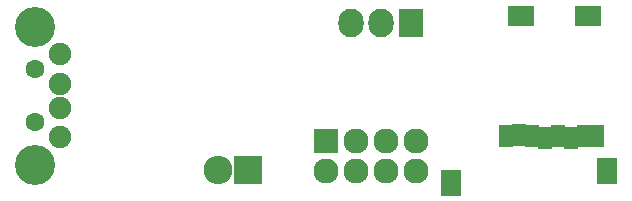
<source format=gbs>
G04 #@! TF.FileFunction,Soldermask,Bot*
%FSLAX46Y46*%
G04 Gerber Fmt 4.6, Leading zero omitted, Abs format (unit mm)*
G04 Created by KiCad (PCBNEW (2015-11-24 BZR 6329)-product) date Fri 06 May 2016 02:50:07 AM EDT*
%MOMM*%
G01*
G04 APERTURE LIST*
%ADD10C,0.100000*%
%ADD11C,1.901140*%
%ADD12C,3.399740*%
%ADD13C,1.600000*%
%ADD14R,2.432000X2.432000*%
%ADD15O,2.432000X2.432000*%
%ADD16R,1.200000X1.900000*%
%ADD17R,1.800000X2.300000*%
%ADD18R,2.200000X1.800000*%
%ADD19R,2.127200X2.127200*%
%ADD20O,2.127200X2.127200*%
%ADD21R,2.127200X2.432000*%
%ADD22O,2.127200X2.432000*%
G04 APERTURE END LIST*
D10*
D11*
X126700000Y-102450000D03*
X126700000Y-104950000D03*
X126700000Y-106960000D03*
X126700000Y-109450000D03*
D12*
X124600000Y-100100000D03*
X124600000Y-111800000D03*
D13*
X124600000Y-103700000D03*
X124600000Y-108200000D03*
D14*
X142600000Y-112200000D03*
D15*
X140060000Y-112200000D03*
D16*
X165600000Y-109250000D03*
D17*
X159850000Y-113300000D03*
X173000000Y-112300000D03*
D18*
X165700000Y-99150000D03*
X171400000Y-99150000D03*
D16*
X164500000Y-109350000D03*
X166700000Y-109350000D03*
X167800000Y-109550000D03*
X168900000Y-109350000D03*
X170000000Y-109550000D03*
X171100000Y-109350000D03*
X172200000Y-109350000D03*
D19*
X149200000Y-109800000D03*
D20*
X149200000Y-112340000D03*
X151740000Y-109800000D03*
X151740000Y-112340000D03*
X154280000Y-109800000D03*
X154280000Y-112340000D03*
X156820000Y-109800000D03*
X156820000Y-112340000D03*
D21*
X156400000Y-99800000D03*
D22*
X153860000Y-99800000D03*
X151320000Y-99800000D03*
M02*

</source>
